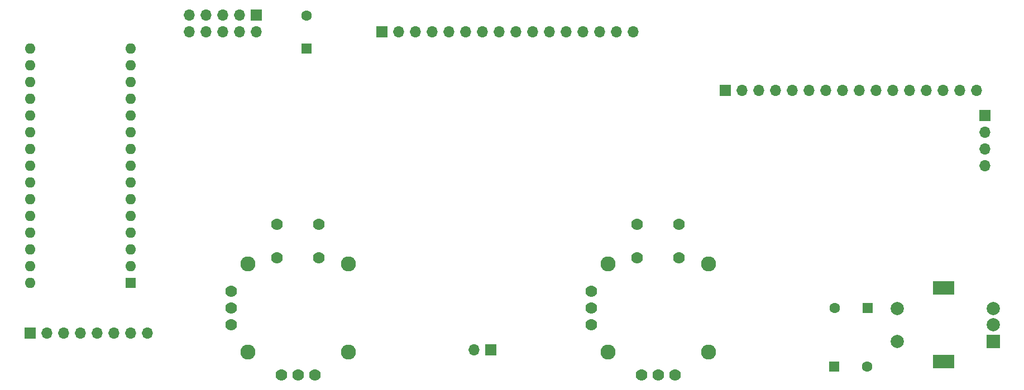
<source format=gbr>
%TF.GenerationSoftware,KiCad,Pcbnew,(5.1.7)-1*%
%TF.CreationDate,2020-12-08T13:51:12+10:00*%
%TF.ProjectId,Universal Controller Mk1,556e6976-6572-4736-916c-20436f6e7472,rev?*%
%TF.SameCoordinates,Original*%
%TF.FileFunction,Soldermask,Top*%
%TF.FilePolarity,Negative*%
%FSLAX46Y46*%
G04 Gerber Fmt 4.6, Leading zero omitted, Abs format (unit mm)*
G04 Created by KiCad (PCBNEW (5.1.7)-1) date 2020-12-08 13:51:12*
%MOMM*%
%LPD*%
G01*
G04 APERTURE LIST*
%ADD10C,1.778000*%
%ADD11C,2.286000*%
%ADD12O,1.600000X1.600000*%
%ADD13R,1.600000X1.600000*%
%ADD14R,2.000000X2.000000*%
%ADD15C,2.000000*%
%ADD16R,3.200000X2.000000*%
%ADD17C,1.600000*%
%ADD18O,1.700000X1.700000*%
%ADD19R,1.700000X1.700000*%
G04 APERTURE END LIST*
D10*
%TO.C,U2*%
X106680000Y-99060000D03*
X106680000Y-96520000D03*
X106680000Y-93980000D03*
D11*
X124460000Y-89852500D03*
X124460000Y-103187500D03*
X109220000Y-103187500D03*
X109220000Y-89852500D03*
D10*
X119380000Y-106680000D03*
X116840000Y-106680000D03*
X114300000Y-106680000D03*
X120015000Y-88900000D03*
X113665000Y-88900000D03*
X120015000Y-83820000D03*
X113665000Y-83820000D03*
%TD*%
D12*
%TO.C,A1*%
X76200000Y-57150000D03*
X91440000Y-57150000D03*
X76200000Y-92710000D03*
X91440000Y-59690000D03*
X76200000Y-90170000D03*
X91440000Y-62230000D03*
X76200000Y-87630000D03*
X91440000Y-64770000D03*
X76200000Y-85090000D03*
X91440000Y-67310000D03*
X76200000Y-82550000D03*
X91440000Y-69850000D03*
X76200000Y-80010000D03*
X91440000Y-72390000D03*
X76200000Y-77470000D03*
X91440000Y-74930000D03*
X76200000Y-74930000D03*
X91440000Y-77470000D03*
X76200000Y-72390000D03*
X91440000Y-80010000D03*
X76200000Y-69850000D03*
X91440000Y-82550000D03*
X76200000Y-67310000D03*
X91440000Y-85090000D03*
X76200000Y-64770000D03*
X91440000Y-87630000D03*
X76200000Y-62230000D03*
X91440000Y-90170000D03*
X76200000Y-59690000D03*
D13*
X91440000Y-92710000D03*
%TD*%
D14*
%TO.C,SW1*%
X222250000Y-101600000D03*
D15*
X222250000Y-99100000D03*
X222250000Y-96600000D03*
D16*
X214750000Y-104700000D03*
X214750000Y-93500000D03*
D15*
X207750000Y-101600000D03*
X207750000Y-96600000D03*
%TD*%
D17*
%TO.C,C1*%
X203120000Y-105410000D03*
D13*
X198120000Y-105410000D03*
%TD*%
D17*
%TO.C,C2*%
X198200000Y-96520000D03*
D13*
X203200000Y-96520000D03*
%TD*%
D17*
%TO.C,C3*%
X118110000Y-52150000D03*
D13*
X118110000Y-57150000D03*
%TD*%
D18*
%TO.C,J1*%
X93980000Y-100330000D03*
X91440000Y-100330000D03*
X88900000Y-100330000D03*
X86360000Y-100330000D03*
X83820000Y-100330000D03*
X81280000Y-100330000D03*
X78740000Y-100330000D03*
D19*
X76200000Y-100330000D03*
%TD*%
%TO.C,J3*%
X220980000Y-67310000D03*
D18*
X220980000Y-69850000D03*
X220980000Y-72390000D03*
X220980000Y-74930000D03*
%TD*%
D19*
%TO.C,J4*%
X181610000Y-63500000D03*
D18*
X184150000Y-63500000D03*
X186690000Y-63500000D03*
X189230000Y-63500000D03*
X191770000Y-63500000D03*
X194310000Y-63500000D03*
X196850000Y-63500000D03*
X199390000Y-63500000D03*
X201930000Y-63500000D03*
X204470000Y-63500000D03*
X207010000Y-63500000D03*
X209550000Y-63500000D03*
X212090000Y-63500000D03*
X214630000Y-63500000D03*
X217170000Y-63500000D03*
X219710000Y-63500000D03*
%TD*%
%TO.C,J5*%
X167640000Y-54610000D03*
X165100000Y-54610000D03*
X162560000Y-54610000D03*
X160020000Y-54610000D03*
X157480000Y-54610000D03*
X154940000Y-54610000D03*
X152400000Y-54610000D03*
X149860000Y-54610000D03*
X147320000Y-54610000D03*
X144780000Y-54610000D03*
X142240000Y-54610000D03*
X139700000Y-54610000D03*
X137160000Y-54610000D03*
X134620000Y-54610000D03*
X132080000Y-54610000D03*
D19*
X129540000Y-54610000D03*
%TD*%
D18*
%TO.C,J6*%
X143510000Y-102870000D03*
D19*
X146050000Y-102870000D03*
%TD*%
D10*
%TO.C,U1*%
X161290000Y-99060000D03*
X161290000Y-96520000D03*
X161290000Y-93980000D03*
D11*
X179070000Y-89852500D03*
X179070000Y-103187500D03*
X163830000Y-103187500D03*
X163830000Y-89852500D03*
D10*
X173990000Y-106680000D03*
X171450000Y-106680000D03*
X168910000Y-106680000D03*
X174625000Y-88900000D03*
X168275000Y-88900000D03*
X174625000Y-83820000D03*
X168275000Y-83820000D03*
%TD*%
D18*
%TO.C,J2*%
X100330000Y-54610000D03*
X100330000Y-52070000D03*
X102870000Y-54610000D03*
X102870000Y-52070000D03*
X105410000Y-54610000D03*
X105410000Y-52070000D03*
X107950000Y-54610000D03*
X107950000Y-52070000D03*
X110490000Y-54610000D03*
D19*
X110490000Y-52070000D03*
%TD*%
M02*

</source>
